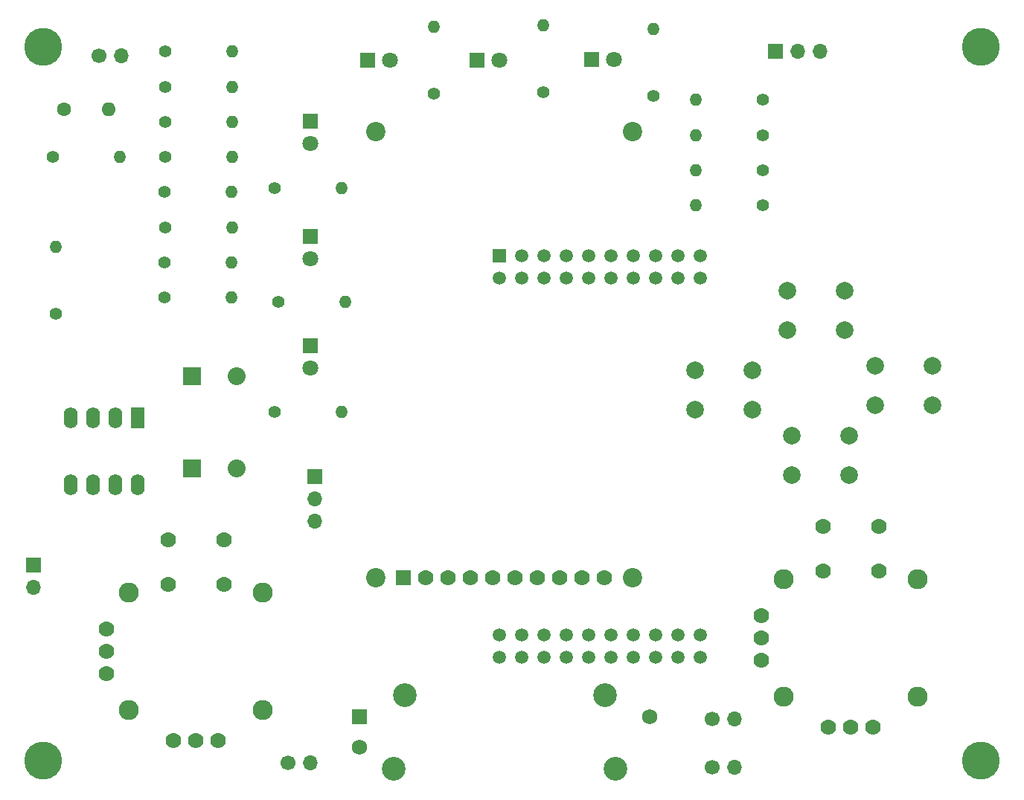
<source format=gbs>
G04 #@! TF.GenerationSoftware,KiCad,Pcbnew,9.0.0*
G04 #@! TF.CreationDate,2025-03-23T13:33:12-05:00*
G04 #@! TF.ProjectId,CDR3585,43445233-3538-4352-9e6b-696361645f70,v1.0.1*
G04 #@! TF.SameCoordinates,Original*
G04 #@! TF.FileFunction,Soldermask,Bot*
G04 #@! TF.FilePolarity,Negative*
%FSLAX46Y46*%
G04 Gerber Fmt 4.6, Leading zero omitted, Abs format (unit mm)*
G04 Created by KiCad (PCBNEW 9.0.0) date 2025-03-23 13:33:12*
%MOMM*%
%LPD*%
G01*
G04 APERTURE LIST*
%ADD10C,1.400000*%
%ADD11O,1.400000X1.400000*%
%ADD12C,1.700000*%
%ADD13O,1.700000X1.700000*%
%ADD14R,1.700000X1.700000*%
%ADD15R,1.800000X1.800000*%
%ADD16C,1.800000*%
%ADD17R,1.600000X2.400000*%
%ADD18O,1.600000X2.400000*%
%ADD19C,2.000000*%
%ADD20C,2.700000*%
%ADD21R,1.750000X1.750000*%
%ADD22C,1.750000*%
%ADD23C,1.778000*%
%ADD24C,2.286000*%
%ADD25C,1.600000*%
%ADD26O,1.600000X1.600000*%
%ADD27C,4.318000*%
%ADD28R,2.032000X2.032000*%
%ADD29C,2.032000*%
%ADD30C,2.200000*%
%ADD31R,1.778000X1.778000*%
%ADD32R,1.520000X1.520000*%
%ADD33C,1.520000*%
G04 APERTURE END LIST*
D10*
X80880000Y-83500000D03*
D11*
X88500000Y-83500000D03*
D10*
X68500000Y-62500000D03*
D11*
X76120000Y-62500000D03*
D12*
X82460000Y-123500000D03*
D13*
X85000000Y-123500000D03*
D10*
X68500000Y-42500000D03*
D11*
X76120000Y-42500000D03*
D14*
X137920000Y-42500000D03*
D13*
X140460000Y-42500000D03*
X143000000Y-42500000D03*
D10*
X68380000Y-66500000D03*
D11*
X76000000Y-66500000D03*
D15*
X85000000Y-63500000D03*
D16*
X85000000Y-66040000D03*
D10*
X68500000Y-50500000D03*
D11*
X76120000Y-50500000D03*
D17*
X65300000Y-84175000D03*
D18*
X62760000Y-84175000D03*
X60220000Y-84175000D03*
X57680000Y-84175000D03*
X57680000Y-91795000D03*
X60220000Y-91795000D03*
X62760000Y-91795000D03*
X65300000Y-91795000D03*
D10*
X56000000Y-72310000D03*
D11*
X56000000Y-64690000D03*
D19*
X128750000Y-78750000D03*
X135250000Y-78750000D03*
X128750000Y-83250000D03*
X135250000Y-83250000D03*
X139250000Y-69750000D03*
X145750000Y-69750000D03*
X139250000Y-74250000D03*
X145750000Y-74250000D03*
D10*
X68380000Y-70500000D03*
D11*
X76000000Y-70500000D03*
D20*
X94505000Y-124200000D03*
X95705000Y-115800000D03*
X118505000Y-115800000D03*
X119705000Y-124200000D03*
D21*
X90605000Y-118250000D03*
D22*
X90605000Y-121750000D03*
X123605000Y-118250000D03*
D10*
X68380000Y-58500000D03*
D11*
X76000000Y-58500000D03*
D10*
X99000000Y-47310000D03*
D11*
X99000000Y-39690000D03*
D12*
X60960000Y-43000000D03*
D13*
X63500000Y-43000000D03*
D23*
X61792500Y-113310000D03*
X61792500Y-110770000D03*
X61792500Y-108230000D03*
X69412500Y-120930000D03*
X71952500Y-120930000D03*
X74492500Y-120930000D03*
D24*
X64332500Y-104102500D03*
X64332500Y-117437500D03*
X79572500Y-117437500D03*
X79572500Y-104102500D03*
D23*
X68777500Y-103150000D03*
X75127500Y-103150000D03*
X68777500Y-98070000D03*
X75127500Y-98070000D03*
D12*
X130725000Y-118500000D03*
D13*
X133265000Y-118500000D03*
D25*
X56943800Y-49065000D03*
D26*
X62023800Y-49065000D03*
D15*
X85000000Y-50460000D03*
D16*
X85000000Y-53000000D03*
D27*
X161290000Y-41910000D03*
X161290000Y-123190000D03*
X54610000Y-41910000D03*
D10*
X136500000Y-56000000D03*
D11*
X128880000Y-56000000D03*
D27*
X54610000Y-123190000D03*
D28*
X71500000Y-90000000D03*
D29*
X76580000Y-90000000D03*
D10*
X80880000Y-58000000D03*
D11*
X88500000Y-58000000D03*
D12*
X130725000Y-124000000D03*
D13*
X133265000Y-124000000D03*
D15*
X116960000Y-43380000D03*
D16*
X119500000Y-43380000D03*
D28*
X71500000Y-79500000D03*
D29*
X76580000Y-79500000D03*
D23*
X136292500Y-111810000D03*
X136292500Y-109270000D03*
X136292500Y-106730000D03*
X143912500Y-119430000D03*
X146452500Y-119430000D03*
X148992500Y-119430000D03*
D24*
X138832500Y-102602500D03*
X138832500Y-115937500D03*
X154072500Y-115937500D03*
X154072500Y-102602500D03*
D23*
X143277500Y-101650000D03*
X149627500Y-101650000D03*
X143277500Y-96570000D03*
X149627500Y-96570000D03*
D19*
X149250000Y-78250000D03*
X155750000Y-78250000D03*
X149250000Y-82750000D03*
X155750000Y-82750000D03*
D10*
X124000000Y-47500000D03*
D11*
X124000000Y-39880000D03*
D10*
X136500000Y-60000000D03*
D11*
X128880000Y-60000000D03*
D10*
X111500000Y-47120000D03*
D11*
X111500000Y-39500000D03*
D10*
X55690000Y-54500000D03*
D11*
X63310000Y-54500000D03*
D10*
X136500000Y-48000000D03*
D11*
X128880000Y-48000000D03*
D10*
X68500000Y-54500000D03*
D11*
X76120000Y-54500000D03*
D10*
X136500000Y-52000000D03*
D11*
X128880000Y-52000000D03*
D19*
X146250000Y-90750000D03*
X139750000Y-90750000D03*
X146250000Y-86250000D03*
X139750000Y-86250000D03*
D10*
X68500000Y-46500000D03*
D11*
X76120000Y-46500000D03*
D14*
X53500000Y-101000000D03*
D13*
X53500000Y-103540000D03*
D15*
X85000000Y-76000000D03*
D16*
X85000000Y-78540000D03*
D15*
X91460000Y-43500000D03*
D16*
X94000000Y-43500000D03*
D14*
X85500000Y-90920000D03*
D13*
X85500000Y-93460000D03*
X85500000Y-96000000D03*
D15*
X103960000Y-43500000D03*
D16*
X106500000Y-43500000D03*
D10*
X81380000Y-71000000D03*
D11*
X89000000Y-71000000D03*
D30*
X92395000Y-51600000D03*
X92395000Y-102400000D03*
X121605000Y-51600000D03*
X121605000Y-102400000D03*
D31*
X95570000Y-102400000D03*
D23*
X98110000Y-102400000D03*
X100650000Y-102400000D03*
X103190000Y-102400000D03*
X105730000Y-102400000D03*
X108270000Y-102400000D03*
X110810000Y-102400000D03*
X113350000Y-102400000D03*
X115890000Y-102400000D03*
X118430000Y-102400000D03*
D32*
X106500000Y-65780000D03*
D33*
X109040000Y-65780000D03*
X111580000Y-65780000D03*
X114120000Y-65780000D03*
X116660000Y-65780000D03*
X119200000Y-65780000D03*
X121740000Y-65780000D03*
X124280000Y-65780000D03*
X126820000Y-65780000D03*
X129360000Y-65780000D03*
X106500000Y-111500000D03*
X109040000Y-111500000D03*
X111580000Y-111500000D03*
X114120000Y-111500000D03*
X116660000Y-111500000D03*
X119200000Y-111500000D03*
X121740000Y-111500000D03*
X124280000Y-111500000D03*
X126820000Y-111500000D03*
X129360000Y-111500000D03*
X106500000Y-68320000D03*
X109040000Y-68320000D03*
X111580000Y-68320000D03*
X114120000Y-68320000D03*
X116660000Y-68320000D03*
X119200000Y-68320000D03*
X121740000Y-68320000D03*
X124280000Y-68320000D03*
X126820000Y-68320000D03*
X129360000Y-68320000D03*
X106500000Y-108960000D03*
X109040000Y-108960000D03*
X111580000Y-108960000D03*
X114120000Y-108960000D03*
X116660000Y-108960000D03*
X119200000Y-108960000D03*
X121740000Y-108960000D03*
X124280000Y-108960000D03*
X126820000Y-108960000D03*
X129360000Y-108960000D03*
M02*

</source>
